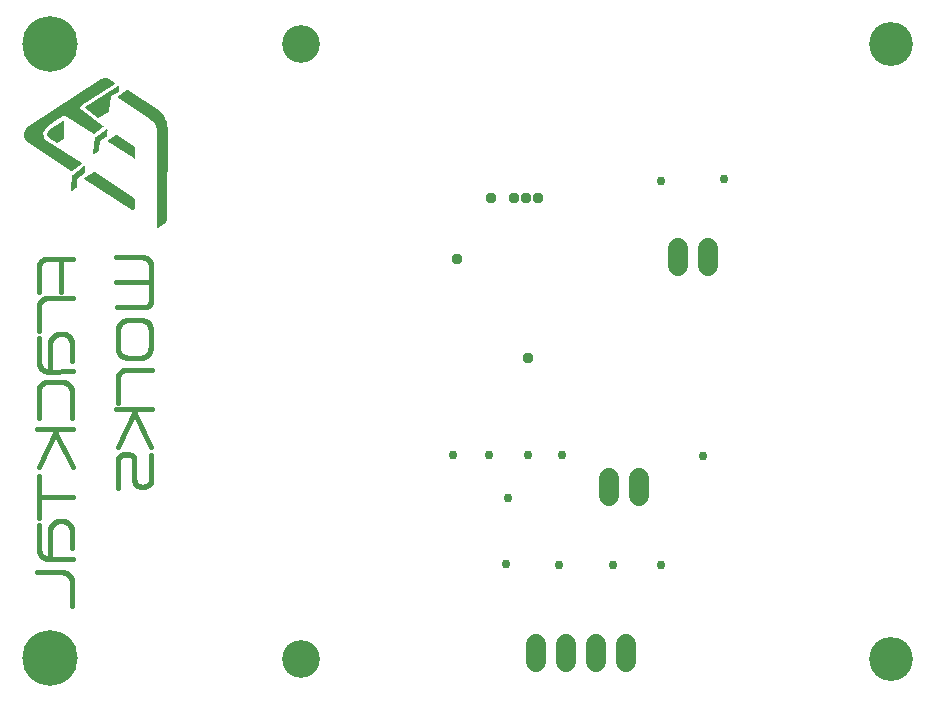
<source format=gbs>
G04 EAGLE Gerber RS-274X export*
G75*
%MOMM*%
%FSLAX34Y34*%
%LPD*%
%INSoldermask Bottom*%
%IPPOS*%
%AMOC8*
5,1,8,0,0,1.08239X$1,22.5*%
G01*
%ADD10C,4.703294*%
%ADD11C,3.712694*%
%ADD12C,3.203194*%
%ADD13C,1.727200*%
%ADD14C,0.406400*%
%ADD15C,0.762000*%
%ADD16C,0.959600*%

G36*
X179343Y552588D02*
X179343Y552588D01*
X179409Y552587D01*
X179431Y552597D01*
X179449Y552599D01*
X179482Y552620D01*
X179541Y552646D01*
X187923Y558488D01*
X187948Y558516D01*
X187980Y558536D01*
X188006Y558579D01*
X188039Y558617D01*
X188049Y558653D01*
X188068Y558685D01*
X188072Y558735D01*
X188086Y558784D01*
X188079Y558820D01*
X188082Y558858D01*
X188063Y558904D01*
X188054Y558954D01*
X188031Y558984D01*
X188017Y559018D01*
X187972Y559062D01*
X187949Y559092D01*
X187931Y559101D01*
X187913Y559119D01*
X158973Y577905D01*
X157876Y578776D01*
X156976Y579825D01*
X156292Y581026D01*
X155848Y582334D01*
X155661Y583703D01*
X155736Y585083D01*
X156072Y586424D01*
X156656Y587676D01*
X157467Y588795D01*
X158483Y589746D01*
X165363Y594600D01*
X172632Y598843D01*
X173214Y599070D01*
X173818Y599160D01*
X174428Y599114D01*
X175011Y598932D01*
X175571Y598607D01*
X198172Y584386D01*
X198232Y584365D01*
X198289Y584337D01*
X198313Y584338D01*
X198335Y584330D01*
X198399Y584338D01*
X198462Y584338D01*
X198486Y584349D01*
X198507Y584352D01*
X198539Y584373D01*
X198594Y584398D01*
X206468Y589986D01*
X206484Y590004D01*
X206505Y590016D01*
X206541Y590068D01*
X206583Y590116D01*
X206589Y590139D01*
X206603Y590159D01*
X206611Y590222D01*
X206628Y590283D01*
X206623Y590307D01*
X206627Y590330D01*
X206607Y590391D01*
X206594Y590453D01*
X206580Y590472D01*
X206572Y590495D01*
X206510Y590562D01*
X206489Y590590D01*
X206481Y590594D01*
X206474Y590602D01*
X187941Y604311D01*
X187465Y604707D01*
X187124Y605179D01*
X186910Y605720D01*
X186838Y606298D01*
X186910Y606876D01*
X187124Y607417D01*
X187465Y607889D01*
X187930Y608276D01*
X216358Y626297D01*
X216382Y626321D01*
X216412Y626338D01*
X216442Y626382D01*
X216479Y626421D01*
X216490Y626453D01*
X216509Y626482D01*
X216516Y626534D01*
X216533Y626585D01*
X216528Y626619D01*
X216533Y626653D01*
X216516Y626704D01*
X216508Y626757D01*
X216489Y626785D01*
X216478Y626818D01*
X216432Y626867D01*
X216410Y626899D01*
X216395Y626908D01*
X216380Y626924D01*
X211554Y630480D01*
X211536Y630488D01*
X211518Y630503D01*
X210490Y631096D01*
X210456Y631106D01*
X210411Y631130D01*
X209277Y631479D01*
X209242Y631481D01*
X209193Y631495D01*
X208010Y631582D01*
X207975Y631577D01*
X207924Y631579D01*
X206751Y631401D01*
X206719Y631388D01*
X206669Y631379D01*
X205564Y630944D01*
X205536Y630924D01*
X205489Y630904D01*
X204514Y630237D01*
X143050Y590616D01*
X143038Y590603D01*
X143019Y590593D01*
X141737Y589573D01*
X141718Y589548D01*
X141682Y589519D01*
X140634Y588260D01*
X140619Y588231D01*
X140590Y588196D01*
X139818Y586750D01*
X139810Y586719D01*
X139789Y586679D01*
X139325Y585108D01*
X139323Y585075D01*
X139311Y585032D01*
X139174Y583399D01*
X139179Y583367D01*
X139176Y583321D01*
X139372Y581695D01*
X139384Y581665D01*
X139390Y581619D01*
X139911Y580066D01*
X139928Y580039D01*
X139943Y579996D01*
X140768Y578580D01*
X140791Y578557D01*
X140814Y578518D01*
X141909Y577299D01*
X141935Y577280D01*
X141966Y577247D01*
X143284Y576274D01*
X143293Y576270D01*
X143301Y576263D01*
X179115Y552641D01*
X179177Y552618D01*
X179236Y552588D01*
X179257Y552588D01*
X179277Y552581D01*
X179343Y552588D01*
G37*
G36*
X252222Y504328D02*
X252222Y504328D01*
X252295Y504325D01*
X252310Y504331D01*
X252323Y504331D01*
X252357Y504350D01*
X252429Y504379D01*
X257509Y507681D01*
X257522Y507695D01*
X257543Y507706D01*
X258595Y508567D01*
X258616Y508594D01*
X258653Y508627D01*
X259493Y509696D01*
X259507Y509727D01*
X259537Y509767D01*
X260123Y510993D01*
X260130Y511027D01*
X260151Y511072D01*
X260456Y512397D01*
X260456Y512431D01*
X260466Y512480D01*
X260476Y513839D01*
X260476Y513840D01*
X260476Y513841D01*
X260730Y588771D01*
X260727Y588783D01*
X260729Y588798D01*
X260534Y591605D01*
X260527Y591628D01*
X260527Y591660D01*
X259927Y594409D01*
X259916Y594431D01*
X259911Y594462D01*
X258919Y597095D01*
X258906Y597115D01*
X258896Y597145D01*
X257532Y599607D01*
X257516Y599625D01*
X257502Y599653D01*
X255797Y601891D01*
X255784Y601901D01*
X255777Y601915D01*
X255768Y601921D01*
X255760Y601933D01*
X253748Y603899D01*
X253727Y603912D01*
X253706Y603935D01*
X251430Y605590D01*
X251422Y605593D01*
X251415Y605600D01*
X227031Y621602D01*
X226971Y621624D01*
X226915Y621653D01*
X226891Y621653D01*
X226868Y621661D01*
X226805Y621655D01*
X226742Y621656D01*
X226717Y621645D01*
X226696Y621643D01*
X226664Y621622D01*
X226609Y621599D01*
X217973Y615757D01*
X217947Y615728D01*
X217914Y615708D01*
X217889Y615666D01*
X217855Y615630D01*
X217844Y615593D01*
X217824Y615559D01*
X217820Y615510D01*
X217806Y615464D01*
X217813Y615425D01*
X217810Y615387D01*
X217828Y615341D01*
X217836Y615293D01*
X217859Y615262D01*
X217873Y615226D01*
X217916Y615184D01*
X217939Y615153D01*
X217958Y615143D01*
X217977Y615124D01*
X246158Y596591D01*
X247753Y595350D01*
X249120Y593883D01*
X250237Y592218D01*
X251075Y590397D01*
X251615Y588465D01*
X251842Y586465D01*
X251842Y504698D01*
X251858Y504627D01*
X251870Y504555D01*
X251878Y504543D01*
X251881Y504529D01*
X251928Y504473D01*
X251969Y504414D01*
X251982Y504407D01*
X251991Y504396D01*
X252058Y504366D01*
X252122Y504331D01*
X252136Y504331D01*
X252150Y504325D01*
X252222Y504328D01*
G37*
G36*
X231550Y519412D02*
X231550Y519412D01*
X231648Y519422D01*
X231975Y519519D01*
X232003Y519535D01*
X232092Y519578D01*
X232366Y519780D01*
X232387Y519805D01*
X232456Y519875D01*
X232645Y520158D01*
X232656Y520189D01*
X232698Y520278D01*
X232779Y520609D01*
X232780Y520645D01*
X232790Y520700D01*
X232790Y529336D01*
X232784Y529363D01*
X232786Y529391D01*
X232764Y529446D01*
X232751Y529505D01*
X232733Y529526D01*
X232723Y529552D01*
X232665Y529609D01*
X232641Y529638D01*
X232630Y529643D01*
X232619Y529654D01*
X199091Y551752D01*
X199037Y551772D01*
X198986Y551800D01*
X198956Y551801D01*
X198929Y551811D01*
X198871Y551805D01*
X198813Y551808D01*
X198781Y551796D01*
X198756Y551793D01*
X198727Y551774D01*
X198678Y551755D01*
X190296Y546421D01*
X190264Y546388D01*
X190226Y546364D01*
X190204Y546327D01*
X190175Y546297D01*
X190161Y546254D01*
X190138Y546215D01*
X190134Y546172D01*
X190121Y546132D01*
X190128Y546087D01*
X190124Y546042D01*
X190140Y546003D01*
X190146Y545961D01*
X190172Y545923D01*
X190189Y545881D01*
X190225Y545846D01*
X190245Y545818D01*
X190268Y545805D01*
X190293Y545781D01*
X230679Y519619D01*
X230706Y519609D01*
X230737Y519588D01*
X231051Y519455D01*
X231083Y519449D01*
X231178Y519425D01*
X231518Y519406D01*
X231550Y519412D01*
G37*
G36*
X202027Y597551D02*
X202027Y597551D01*
X202083Y597555D01*
X202146Y597580D01*
X202189Y597591D01*
X202216Y597610D01*
X202256Y597626D01*
X211146Y602960D01*
X211208Y603014D01*
X211275Y603062D01*
X211292Y603087D01*
X211315Y603108D01*
X211354Y603180D01*
X211400Y603248D01*
X211409Y603281D01*
X211422Y603305D01*
X211429Y603353D01*
X211450Y603428D01*
X212937Y615826D01*
X219410Y619857D01*
X219412Y619858D01*
X219413Y619859D01*
X219444Y619887D01*
X219447Y619888D01*
X219450Y619892D01*
X219495Y619933D01*
X219577Y620007D01*
X219578Y620009D01*
X219579Y620010D01*
X219630Y620109D01*
X219680Y620206D01*
X219681Y620208D01*
X219682Y620210D01*
X219709Y620395D01*
X219709Y624078D01*
X219706Y624098D01*
X219708Y624118D01*
X219686Y624208D01*
X219670Y624299D01*
X219659Y624316D01*
X219655Y624336D01*
X219603Y624412D01*
X219555Y624492D01*
X219540Y624505D01*
X219529Y624521D01*
X219453Y624575D01*
X219381Y624633D01*
X219362Y624640D01*
X219346Y624652D01*
X219256Y624676D01*
X219169Y624705D01*
X219149Y624705D01*
X219129Y624710D01*
X219037Y624701D01*
X218944Y624699D01*
X218926Y624691D01*
X218906Y624689D01*
X218746Y624618D01*
X218737Y624614D01*
X218736Y624614D01*
X218735Y624613D01*
X190795Y606833D01*
X190745Y606788D01*
X190690Y606750D01*
X190664Y606712D01*
X190630Y606681D01*
X190599Y606621D01*
X190561Y606567D01*
X190549Y606522D01*
X190528Y606481D01*
X190520Y606415D01*
X190503Y606350D01*
X190507Y606304D01*
X190502Y606258D01*
X190518Y606193D01*
X190524Y606127D01*
X190544Y606085D01*
X190555Y606040D01*
X190593Y605985D01*
X190622Y605925D01*
X190660Y605887D01*
X190681Y605855D01*
X190714Y605831D01*
X190754Y605791D01*
X201549Y597663D01*
X201599Y597638D01*
X201644Y597604D01*
X201698Y597588D01*
X201749Y597562D01*
X201805Y597556D01*
X201859Y597540D01*
X201916Y597543D01*
X201972Y597537D01*
X202027Y597551D01*
G37*
G36*
X232950Y563257D02*
X232950Y563257D01*
X233019Y563259D01*
X233035Y563268D01*
X233054Y563271D01*
X233111Y563309D01*
X233171Y563342D01*
X233182Y563357D01*
X233197Y563368D01*
X233231Y563428D01*
X233271Y563484D01*
X233275Y563504D01*
X233283Y563518D01*
X233285Y563557D01*
X233298Y563626D01*
X233298Y573024D01*
X233292Y573052D01*
X233294Y573080D01*
X233272Y573135D01*
X233259Y573193D01*
X233241Y573215D01*
X233230Y573241D01*
X233173Y573297D01*
X233149Y573326D01*
X233137Y573331D01*
X233127Y573342D01*
X217633Y583502D01*
X217577Y583522D01*
X217526Y583550D01*
X217497Y583552D01*
X217470Y583561D01*
X217411Y583555D01*
X217352Y583557D01*
X217322Y583545D01*
X217298Y583543D01*
X217268Y583523D01*
X217218Y583504D01*
X209344Y578424D01*
X209311Y578389D01*
X209271Y578362D01*
X209251Y578328D01*
X209224Y578299D01*
X209209Y578253D01*
X209185Y578212D01*
X209183Y578172D01*
X209171Y578134D01*
X209178Y578086D01*
X209175Y578039D01*
X209191Y578002D01*
X209197Y577963D01*
X209225Y577923D01*
X209243Y577879D01*
X209278Y577847D01*
X209296Y577821D01*
X209321Y577807D01*
X209350Y577781D01*
X232718Y563303D01*
X232783Y563281D01*
X232846Y563253D01*
X232864Y563253D01*
X232882Y563247D01*
X232950Y563257D01*
G37*
G36*
X167370Y576343D02*
X167370Y576343D01*
X167417Y576347D01*
X167493Y576379D01*
X167541Y576393D01*
X167560Y576407D01*
X167589Y576419D01*
X172796Y579594D01*
X172802Y579600D01*
X172809Y579603D01*
X172841Y579633D01*
X172874Y579652D01*
X172907Y579693D01*
X172964Y579743D01*
X172968Y579750D01*
X172973Y579755D01*
X172998Y579805D01*
X173015Y579826D01*
X173028Y579863D01*
X173070Y579941D01*
X173071Y579949D01*
X173074Y579956D01*
X173085Y580031D01*
X173087Y580039D01*
X173087Y580047D01*
X173100Y580142D01*
X172973Y594747D01*
X172967Y594779D01*
X172969Y594812D01*
X172960Y594843D01*
X172960Y594851D01*
X172952Y594870D01*
X172946Y594889D01*
X172932Y594967D01*
X172915Y594995D01*
X172905Y595027D01*
X172857Y595091D01*
X172816Y595159D01*
X172790Y595180D01*
X172770Y595206D01*
X172703Y595249D01*
X172640Y595299D01*
X172609Y595309D01*
X172581Y595327D01*
X172503Y595344D01*
X172427Y595369D01*
X172394Y595368D01*
X172362Y595375D01*
X172283Y595364D01*
X172203Y595361D01*
X172173Y595348D01*
X172140Y595343D01*
X172040Y595293D01*
X171996Y595274D01*
X171987Y595266D01*
X171973Y595259D01*
X160670Y587258D01*
X160648Y587236D01*
X160614Y587214D01*
X160017Y586683D01*
X159987Y586643D01*
X159916Y586568D01*
X159463Y585910D01*
X159443Y585864D01*
X159393Y585775D01*
X159110Y585027D01*
X159101Y584978D01*
X159074Y584879D01*
X158978Y584086D01*
X158980Y584036D01*
X158978Y583933D01*
X159074Y583140D01*
X159088Y583092D01*
X159110Y582992D01*
X159393Y582244D01*
X159418Y582201D01*
X159463Y582109D01*
X159916Y581451D01*
X159952Y581415D01*
X160017Y581336D01*
X160614Y580805D01*
X160642Y580788D01*
X160674Y580758D01*
X166897Y576440D01*
X166940Y576421D01*
X166977Y576393D01*
X167041Y576374D01*
X167101Y576347D01*
X167148Y576343D01*
X167193Y576330D01*
X167259Y576335D01*
X167325Y576330D01*
X167370Y576343D01*
G37*
G36*
X179602Y535694D02*
X179602Y535694D01*
X179647Y535691D01*
X179712Y535710D01*
X179780Y535720D01*
X179826Y535743D01*
X179862Y535754D01*
X179895Y535778D01*
X179947Y535805D01*
X183503Y538345D01*
X183522Y538365D01*
X183544Y538378D01*
X183565Y538403D01*
X183597Y538427D01*
X183624Y538469D01*
X183659Y538506D01*
X183673Y538537D01*
X183685Y538552D01*
X183694Y538576D01*
X183719Y538615D01*
X183733Y538673D01*
X183750Y538711D01*
X183752Y538748D01*
X183756Y538760D01*
X183757Y538764D01*
X183757Y538766D01*
X183765Y538797D01*
X184499Y546017D01*
X190758Y550803D01*
X190809Y550859D01*
X190866Y550909D01*
X190884Y550941D01*
X190910Y550969D01*
X190938Y551039D01*
X190974Y551105D01*
X190982Y551147D01*
X190994Y551177D01*
X190995Y551222D01*
X191007Y551290D01*
X191134Y555989D01*
X191127Y556033D01*
X191130Y556078D01*
X191120Y556112D01*
X191120Y556113D01*
X191118Y556117D01*
X191111Y556143D01*
X191100Y556211D01*
X191079Y556250D01*
X191066Y556293D01*
X191025Y556347D01*
X190992Y556407D01*
X190957Y556436D01*
X190930Y556472D01*
X190873Y556509D01*
X190821Y556553D01*
X190779Y556568D01*
X190741Y556593D01*
X190675Y556607D01*
X190611Y556631D01*
X190566Y556630D01*
X190522Y556640D01*
X190454Y556630D01*
X190386Y556630D01*
X190344Y556614D01*
X190300Y556608D01*
X190223Y556569D01*
X190176Y556551D01*
X190159Y556536D01*
X190133Y556523D01*
X180481Y549665D01*
X180436Y549619D01*
X180384Y549581D01*
X180358Y549540D01*
X180324Y549505D01*
X180297Y549446D01*
X180263Y549392D01*
X180249Y549337D01*
X180232Y549300D01*
X180230Y549262D01*
X180217Y549211D01*
X178947Y536384D01*
X178952Y536316D01*
X178948Y536247D01*
X178961Y536205D01*
X178965Y536160D01*
X178993Y536098D01*
X179013Y536033D01*
X179040Y535997D01*
X179059Y535956D01*
X179108Y535908D01*
X179149Y535854D01*
X179187Y535830D01*
X179219Y535798D01*
X179281Y535770D01*
X179338Y535734D01*
X179382Y535724D01*
X179423Y535706D01*
X179491Y535701D01*
X179558Y535687D01*
X179602Y535694D01*
G37*
G36*
X198377Y567189D02*
X198377Y567189D01*
X198421Y567185D01*
X198488Y567202D01*
X198556Y567209D01*
X198603Y567231D01*
X198639Y567241D01*
X198673Y567264D01*
X198726Y567289D01*
X202536Y569829D01*
X202563Y569856D01*
X202594Y569874D01*
X202610Y569894D01*
X202637Y569913D01*
X202664Y569952D01*
X202698Y569985D01*
X202718Y570026D01*
X202735Y570048D01*
X202741Y570066D01*
X202763Y570099D01*
X202778Y570152D01*
X202795Y570187D01*
X202799Y570226D01*
X202814Y570280D01*
X203793Y578239D01*
X208877Y581507D01*
X208924Y581551D01*
X208977Y581587D01*
X209005Y581627D01*
X209041Y581660D01*
X209070Y581718D01*
X209107Y581770D01*
X209124Y581824D01*
X209142Y581861D01*
X209146Y581899D01*
X209162Y581949D01*
X209679Y585482D01*
X209924Y587156D01*
X209921Y587229D01*
X209928Y587301D01*
X209918Y587340D01*
X209916Y587380D01*
X209889Y587448D01*
X209870Y587518D01*
X209847Y587551D01*
X209831Y587588D01*
X209782Y587642D01*
X209740Y587701D01*
X209707Y587724D01*
X209679Y587753D01*
X209615Y587786D01*
X209555Y587827D01*
X209515Y587837D01*
X209480Y587855D01*
X209407Y587864D01*
X209337Y587881D01*
X209297Y587876D01*
X209257Y587881D01*
X209186Y587864D01*
X209114Y587856D01*
X209072Y587836D01*
X209039Y587828D01*
X209002Y587803D01*
X208944Y587776D01*
X199800Y581680D01*
X199755Y581636D01*
X199703Y581600D01*
X199675Y581559D01*
X199638Y581524D01*
X199611Y581468D01*
X199575Y581416D01*
X199559Y581359D01*
X199541Y581322D01*
X199538Y581285D01*
X199523Y581236D01*
X197745Y567901D01*
X197748Y567832D01*
X197742Y567764D01*
X197753Y567721D01*
X197755Y567677D01*
X197782Y567614D01*
X197800Y567547D01*
X197826Y567511D01*
X197843Y567470D01*
X197890Y567420D01*
X197930Y567364D01*
X197967Y567339D01*
X197997Y567307D01*
X198059Y567276D01*
X198115Y567238D01*
X198158Y567227D01*
X198198Y567208D01*
X198267Y567201D01*
X198333Y567184D01*
X198377Y567189D01*
G37*
D10*
X161290Y659892D03*
X161290Y139954D03*
D11*
X873633Y139827D03*
X873506Y659943D03*
D12*
X373634Y659892D03*
X373634Y139827D03*
D13*
X623697Y136576D02*
X623697Y151816D01*
X598297Y151816D02*
X598297Y136576D01*
X572897Y136576D02*
X572897Y151816D01*
X649097Y151816D02*
X649097Y136576D01*
X692912Y472440D02*
X692912Y487680D01*
X718312Y487680D02*
X718312Y472440D01*
X634746Y292354D02*
X634746Y277114D01*
X660146Y277114D02*
X660146Y292354D01*
D14*
X151892Y450342D02*
X151638Y469900D01*
X151638Y470662D01*
X151640Y470846D01*
X151647Y471030D01*
X151658Y471214D01*
X151674Y471397D01*
X151694Y471580D01*
X151718Y471763D01*
X151747Y471945D01*
X151780Y472126D01*
X151818Y472306D01*
X151859Y472486D01*
X151906Y472664D01*
X151956Y472841D01*
X152011Y473017D01*
X152070Y473191D01*
X152133Y473364D01*
X152201Y473535D01*
X152272Y473705D01*
X152348Y473873D01*
X152427Y474039D01*
X152511Y474203D01*
X152598Y474365D01*
X152690Y474525D01*
X152785Y474683D01*
X152884Y474838D01*
X152987Y474991D01*
X153093Y475141D01*
X153203Y475289D01*
X153317Y475434D01*
X153434Y475576D01*
X153554Y475715D01*
X153678Y475851D01*
X153805Y475985D01*
X153935Y476115D01*
X154069Y476242D01*
X154205Y476366D01*
X154344Y476486D01*
X154486Y476603D01*
X154631Y476717D01*
X154779Y476827D01*
X154929Y476933D01*
X155082Y477036D01*
X155237Y477135D01*
X155395Y477230D01*
X155555Y477322D01*
X155717Y477409D01*
X155881Y477493D01*
X156047Y477572D01*
X156215Y477648D01*
X156385Y477719D01*
X156556Y477787D01*
X156729Y477850D01*
X156903Y477909D01*
X157079Y477964D01*
X157256Y478014D01*
X157434Y478061D01*
X157614Y478102D01*
X157794Y478140D01*
X157975Y478173D01*
X158157Y478202D01*
X158340Y478226D01*
X158523Y478246D01*
X158706Y478262D01*
X158890Y478273D01*
X159074Y478280D01*
X159258Y478282D01*
X180594Y478282D01*
X170180Y475996D02*
X170180Y450342D01*
X151638Y437134D02*
X151638Y417576D01*
X151638Y437134D02*
X151640Y437331D01*
X151648Y437529D01*
X151660Y437725D01*
X151676Y437922D01*
X151698Y438118D01*
X151724Y438314D01*
X151755Y438509D01*
X151791Y438703D01*
X151831Y438896D01*
X151876Y439088D01*
X151926Y439279D01*
X151980Y439469D01*
X152039Y439657D01*
X152103Y439844D01*
X152171Y440029D01*
X152243Y440213D01*
X152320Y440394D01*
X152401Y440574D01*
X152487Y440752D01*
X152577Y440928D01*
X152671Y441101D01*
X152770Y441272D01*
X152872Y441441D01*
X152979Y441607D01*
X153089Y441770D01*
X153204Y441931D01*
X153322Y442089D01*
X153444Y442244D01*
X153570Y442396D01*
X153699Y442545D01*
X153832Y442690D01*
X153969Y442833D01*
X154109Y442972D01*
X154252Y443108D01*
X154399Y443240D01*
X154549Y443368D01*
X154701Y443493D01*
X154857Y443614D01*
X155016Y443732D01*
X155177Y443845D01*
X155341Y443954D01*
X155508Y444060D01*
X155678Y444161D01*
X155849Y444258D01*
X156023Y444351D01*
X156200Y444440D01*
X156378Y444525D01*
X156558Y444605D01*
X156740Y444681D01*
X156924Y444752D01*
X157110Y444819D01*
X157297Y444881D01*
X157486Y444939D01*
X157676Y444992D01*
X157867Y445040D01*
X158060Y445084D01*
X158253Y445123D01*
X158447Y445158D01*
X158643Y445187D01*
X158838Y445212D01*
X159035Y445233D01*
X159231Y445248D01*
X159428Y445259D01*
X159626Y445265D01*
X159823Y445266D01*
X160020Y445262D01*
X180594Y445516D01*
X151892Y411226D02*
X151892Y390906D01*
X151894Y390707D01*
X151902Y390509D01*
X151914Y390311D01*
X151931Y390113D01*
X151953Y389915D01*
X151979Y389718D01*
X152011Y389522D01*
X152047Y389327D01*
X152088Y389132D01*
X152133Y388939D01*
X152184Y388747D01*
X152239Y388556D01*
X152299Y388367D01*
X152363Y388179D01*
X152432Y387992D01*
X152505Y387808D01*
X152583Y387625D01*
X152666Y387444D01*
X152752Y387266D01*
X152843Y387089D01*
X152939Y386915D01*
X153038Y386743D01*
X153142Y386573D01*
X153250Y386407D01*
X153362Y386243D01*
X153478Y386081D01*
X153598Y385923D01*
X153721Y385767D01*
X153849Y385615D01*
X153980Y385466D01*
X154115Y385320D01*
X154253Y385177D01*
X154394Y385038D01*
X154540Y384902D01*
X154688Y384770D01*
X154839Y384641D01*
X154994Y384516D01*
X155151Y384395D01*
X155312Y384278D01*
X155475Y384165D01*
X155641Y384056D01*
X155810Y383951D01*
X155981Y383850D01*
X156155Y383754D01*
X156330Y383661D01*
X156509Y383573D01*
X156689Y383489D01*
X156871Y383410D01*
X157055Y383335D01*
X157241Y383265D01*
X157428Y383199D01*
X157617Y383138D01*
X157808Y383082D01*
X157999Y383030D01*
X158192Y382983D01*
X158387Y382941D01*
X158582Y382903D01*
X158777Y382870D01*
X158974Y382842D01*
X159171Y382819D01*
X159369Y382800D01*
X159567Y382787D01*
X159766Y382778D01*
X180848Y383032D01*
X179832Y391922D02*
X179832Y406146D01*
X179829Y406361D01*
X179822Y406577D01*
X179809Y406792D01*
X179790Y407007D01*
X179767Y407221D01*
X179738Y407434D01*
X179704Y407647D01*
X179665Y407859D01*
X179621Y408070D01*
X179572Y408280D01*
X179518Y408488D01*
X179459Y408695D01*
X179395Y408901D01*
X179325Y409105D01*
X179251Y409307D01*
X179172Y409508D01*
X179088Y409706D01*
X179000Y409903D01*
X178906Y410097D01*
X178808Y410289D01*
X178706Y410478D01*
X178598Y410665D01*
X178487Y410849D01*
X178370Y411031D01*
X178250Y411209D01*
X178125Y411385D01*
X177996Y411558D01*
X177863Y411727D01*
X177726Y411893D01*
X177585Y412056D01*
X177439Y412215D01*
X177290Y412371D01*
X177138Y412523D01*
X176982Y412671D01*
X176822Y412816D01*
X176658Y412956D01*
X176492Y413093D01*
X176322Y413225D01*
X176149Y413354D01*
X175973Y413478D01*
X175794Y413598D01*
X175612Y413713D01*
X175427Y413824D01*
X175240Y413931D01*
X175050Y414032D01*
X174857Y414130D01*
X174663Y414222D01*
X174466Y414310D01*
X174267Y414393D01*
X174067Y414472D01*
X173864Y414545D01*
X173660Y414613D01*
X173454Y414677D01*
X173246Y414735D01*
X173038Y414789D01*
X172828Y414837D01*
X172617Y414880D01*
X172405Y414918D01*
X172192Y414951D01*
X171978Y414979D01*
X171764Y415002D01*
X171549Y415019D01*
X171334Y415031D01*
X171118Y415038D01*
X170903Y415040D01*
X170688Y415036D01*
X170443Y415026D01*
X170199Y415010D01*
X169956Y414989D01*
X169713Y414961D01*
X169471Y414927D01*
X169230Y414888D01*
X168989Y414842D01*
X168750Y414791D01*
X168513Y414734D01*
X168276Y414671D01*
X168042Y414603D01*
X167809Y414529D01*
X167578Y414449D01*
X167349Y414363D01*
X167122Y414272D01*
X166897Y414176D01*
X166675Y414074D01*
X166456Y413966D01*
X166239Y413854D01*
X166025Y413736D01*
X165813Y413612D01*
X165605Y413484D01*
X165400Y413351D01*
X165199Y413213D01*
X165001Y413070D01*
X164806Y412922D01*
X164615Y412769D01*
X164428Y412612D01*
X164245Y412450D01*
X164065Y412284D01*
X163890Y412113D01*
X163719Y411939D01*
X163552Y411760D01*
X163390Y411577D01*
X163232Y411390D01*
X163079Y411200D01*
X162931Y411006D01*
X162787Y410808D01*
X162648Y410607D01*
X162514Y410402D01*
X162385Y410194D01*
X162262Y409984D01*
X162143Y409770D01*
X162030Y409553D01*
X161922Y409334D01*
X161819Y409112D01*
X161722Y408888D01*
X161630Y408661D01*
X161544Y408432D01*
X161544Y384810D01*
X151638Y366268D02*
X151638Y343916D01*
X151638Y366268D02*
X151640Y366461D01*
X151647Y366655D01*
X151659Y366848D01*
X151676Y367040D01*
X151697Y367233D01*
X151723Y367424D01*
X151754Y367615D01*
X151789Y367805D01*
X151829Y367995D01*
X151873Y368183D01*
X151922Y368370D01*
X151976Y368556D01*
X152034Y368740D01*
X152097Y368923D01*
X152164Y369104D01*
X152236Y369284D01*
X152312Y369462D01*
X152392Y369638D01*
X152476Y369812D01*
X152565Y369984D01*
X152658Y370153D01*
X152755Y370320D01*
X152856Y370485D01*
X152962Y370648D01*
X153071Y370807D01*
X153184Y370964D01*
X153300Y371119D01*
X153421Y371270D01*
X153545Y371418D01*
X153673Y371563D01*
X153804Y371705D01*
X153939Y371844D01*
X154077Y371980D01*
X154218Y372112D01*
X154362Y372240D01*
X154510Y372365D01*
X154661Y372487D01*
X154814Y372604D01*
X154971Y372718D01*
X155130Y372828D01*
X155291Y372934D01*
X155456Y373036D01*
X155622Y373134D01*
X155791Y373228D01*
X155963Y373318D01*
X156136Y373403D01*
X156312Y373484D01*
X156489Y373561D01*
X156668Y373634D01*
X156849Y373702D01*
X157032Y373766D01*
X157216Y373825D01*
X157402Y373880D01*
X157588Y373930D01*
X157776Y373975D01*
X157965Y374016D01*
X158155Y374053D01*
X158346Y374084D01*
X158538Y374111D01*
X158730Y374134D01*
X158922Y374151D01*
X159115Y374164D01*
X159308Y374172D01*
X159502Y374176D01*
X159695Y374175D01*
X159889Y374169D01*
X160082Y374158D01*
X160274Y374142D01*
X171704Y373888D01*
X171909Y373881D01*
X172114Y373869D01*
X172319Y373852D01*
X172523Y373830D01*
X172727Y373803D01*
X172929Y373771D01*
X173131Y373735D01*
X173332Y373693D01*
X173532Y373646D01*
X173731Y373595D01*
X173929Y373539D01*
X174125Y373478D01*
X174319Y373413D01*
X174512Y373342D01*
X174703Y373267D01*
X174893Y373188D01*
X175080Y373104D01*
X175265Y373015D01*
X175448Y372922D01*
X175629Y372825D01*
X175807Y372723D01*
X175983Y372617D01*
X176156Y372506D01*
X176326Y372392D01*
X176494Y372273D01*
X176659Y372150D01*
X176820Y372024D01*
X176979Y371893D01*
X177134Y371759D01*
X177286Y371621D01*
X177435Y371479D01*
X177580Y371334D01*
X177721Y371185D01*
X177859Y371033D01*
X177993Y370878D01*
X178124Y370719D01*
X178250Y370558D01*
X178373Y370393D01*
X178491Y370225D01*
X178606Y370055D01*
X178716Y369882D01*
X178822Y369706D01*
X178924Y369528D01*
X179021Y369347D01*
X179114Y369164D01*
X179203Y368979D01*
X179287Y368791D01*
X179366Y368602D01*
X179441Y368411D01*
X179511Y368218D01*
X179577Y368023D01*
X179638Y367827D01*
X179693Y367630D01*
X179745Y367431D01*
X179791Y367231D01*
X179832Y367030D01*
X180086Y343916D01*
X166878Y334264D02*
X150622Y334264D01*
X166878Y334264D02*
X180848Y334264D01*
X166878Y334264D02*
X151638Y302260D01*
X180340Y302260D02*
X165862Y331470D01*
X152146Y294640D02*
X152146Y259080D01*
X151892Y276606D02*
X180594Y276606D01*
X151892Y252730D02*
X151892Y232410D01*
X151894Y232211D01*
X151902Y232013D01*
X151914Y231815D01*
X151931Y231617D01*
X151953Y231419D01*
X151979Y231222D01*
X152011Y231026D01*
X152047Y230831D01*
X152088Y230636D01*
X152133Y230443D01*
X152184Y230251D01*
X152239Y230060D01*
X152299Y229871D01*
X152363Y229683D01*
X152432Y229496D01*
X152505Y229312D01*
X152583Y229129D01*
X152666Y228948D01*
X152752Y228770D01*
X152843Y228593D01*
X152939Y228419D01*
X153038Y228247D01*
X153142Y228077D01*
X153250Y227911D01*
X153362Y227747D01*
X153478Y227585D01*
X153598Y227427D01*
X153721Y227271D01*
X153849Y227119D01*
X153980Y226970D01*
X154115Y226824D01*
X154253Y226681D01*
X154394Y226542D01*
X154540Y226406D01*
X154688Y226274D01*
X154839Y226145D01*
X154994Y226020D01*
X155151Y225899D01*
X155312Y225782D01*
X155475Y225669D01*
X155641Y225560D01*
X155810Y225455D01*
X155981Y225354D01*
X156155Y225258D01*
X156330Y225165D01*
X156509Y225077D01*
X156689Y224993D01*
X156871Y224914D01*
X157055Y224839D01*
X157241Y224769D01*
X157428Y224703D01*
X157617Y224642D01*
X157808Y224586D01*
X157999Y224534D01*
X158192Y224487D01*
X158387Y224445D01*
X158582Y224407D01*
X158777Y224374D01*
X158974Y224346D01*
X159171Y224323D01*
X159369Y224304D01*
X159567Y224291D01*
X159766Y224282D01*
X180848Y224536D01*
X179832Y233426D02*
X179832Y247650D01*
X179829Y247865D01*
X179822Y248081D01*
X179809Y248296D01*
X179790Y248511D01*
X179767Y248725D01*
X179738Y248938D01*
X179704Y249151D01*
X179665Y249363D01*
X179621Y249574D01*
X179572Y249784D01*
X179518Y249992D01*
X179459Y250199D01*
X179395Y250405D01*
X179325Y250609D01*
X179251Y250811D01*
X179172Y251012D01*
X179088Y251210D01*
X179000Y251407D01*
X178906Y251601D01*
X178808Y251793D01*
X178706Y251982D01*
X178598Y252169D01*
X178487Y252353D01*
X178370Y252535D01*
X178250Y252713D01*
X178125Y252889D01*
X177996Y253062D01*
X177863Y253231D01*
X177726Y253397D01*
X177585Y253560D01*
X177439Y253719D01*
X177290Y253875D01*
X177138Y254027D01*
X176982Y254175D01*
X176822Y254320D01*
X176658Y254460D01*
X176492Y254597D01*
X176322Y254729D01*
X176149Y254858D01*
X175973Y254982D01*
X175794Y255102D01*
X175612Y255217D01*
X175427Y255328D01*
X175240Y255435D01*
X175050Y255536D01*
X174857Y255634D01*
X174663Y255726D01*
X174466Y255814D01*
X174267Y255897D01*
X174067Y255976D01*
X173864Y256049D01*
X173660Y256117D01*
X173454Y256181D01*
X173246Y256239D01*
X173038Y256293D01*
X172828Y256341D01*
X172617Y256384D01*
X172405Y256422D01*
X172192Y256455D01*
X171978Y256483D01*
X171764Y256506D01*
X171549Y256523D01*
X171334Y256535D01*
X171118Y256542D01*
X170903Y256544D01*
X170688Y256540D01*
X170443Y256530D01*
X170199Y256514D01*
X169956Y256493D01*
X169713Y256465D01*
X169471Y256431D01*
X169230Y256392D01*
X168989Y256346D01*
X168750Y256295D01*
X168513Y256238D01*
X168276Y256175D01*
X168042Y256107D01*
X167809Y256033D01*
X167578Y255953D01*
X167349Y255867D01*
X167122Y255776D01*
X166897Y255680D01*
X166675Y255578D01*
X166456Y255470D01*
X166239Y255358D01*
X166025Y255240D01*
X165813Y255116D01*
X165605Y254988D01*
X165400Y254855D01*
X165199Y254717D01*
X165001Y254574D01*
X164806Y254426D01*
X164615Y254273D01*
X164428Y254116D01*
X164245Y253954D01*
X164065Y253788D01*
X163890Y253617D01*
X163719Y253443D01*
X163552Y253264D01*
X163390Y253081D01*
X163232Y252894D01*
X163079Y252704D01*
X162931Y252510D01*
X162787Y252312D01*
X162648Y252111D01*
X162514Y251906D01*
X162385Y251698D01*
X162262Y251488D01*
X162143Y251274D01*
X162030Y251057D01*
X161922Y250838D01*
X161819Y250616D01*
X161722Y250392D01*
X161630Y250165D01*
X161544Y249936D01*
X161544Y226314D01*
X171704Y212852D02*
X150368Y212852D01*
X171704Y212852D02*
X171904Y212850D01*
X172105Y212842D01*
X172305Y212830D01*
X172504Y212813D01*
X172704Y212791D01*
X172902Y212764D01*
X173100Y212732D01*
X173297Y212695D01*
X173493Y212654D01*
X173688Y212607D01*
X173882Y212556D01*
X174075Y212500D01*
X174266Y212440D01*
X174455Y212375D01*
X174643Y212305D01*
X174829Y212230D01*
X175013Y212151D01*
X175196Y212068D01*
X175376Y211980D01*
X175554Y211888D01*
X175729Y211791D01*
X175902Y211690D01*
X176073Y211585D01*
X176241Y211476D01*
X176406Y211362D01*
X176569Y211245D01*
X176728Y211124D01*
X176885Y210998D01*
X177038Y210869D01*
X177188Y210737D01*
X177335Y210600D01*
X177479Y210460D01*
X177619Y210317D01*
X177755Y210170D01*
X177888Y210020D01*
X178017Y209866D01*
X178142Y209710D01*
X178263Y209551D01*
X178381Y209388D01*
X178494Y209223D01*
X178604Y209055D01*
X178709Y208884D01*
X178810Y208711D01*
X178906Y208535D01*
X178999Y208358D01*
X179087Y208177D01*
X179170Y207995D01*
X179249Y207811D01*
X179323Y207625D01*
X179393Y207437D01*
X179459Y207248D01*
X179519Y207056D01*
X179575Y206864D01*
X179626Y206670D01*
X179672Y206475D01*
X179714Y206279D01*
X179751Y206082D01*
X179782Y205884D01*
X179809Y205686D01*
X179832Y205486D01*
X180086Y184658D01*
X217170Y479552D02*
X239776Y479552D01*
X239943Y479550D01*
X240110Y479544D01*
X240277Y479534D01*
X240443Y479519D01*
X240610Y479501D01*
X240775Y479479D01*
X240940Y479453D01*
X241105Y479422D01*
X241268Y479388D01*
X241431Y479350D01*
X241592Y479307D01*
X241753Y479261D01*
X241912Y479211D01*
X242071Y479157D01*
X242227Y479099D01*
X242383Y479038D01*
X242537Y478972D01*
X242689Y478903D01*
X242839Y478830D01*
X242988Y478754D01*
X243135Y478674D01*
X243279Y478591D01*
X243422Y478503D01*
X243562Y478413D01*
X243701Y478319D01*
X243837Y478222D01*
X243970Y478121D01*
X244101Y478018D01*
X244230Y477911D01*
X244355Y477801D01*
X244479Y477688D01*
X244599Y477572D01*
X244716Y477453D01*
X244831Y477331D01*
X244942Y477207D01*
X245051Y477080D01*
X245156Y476950D01*
X245258Y476818D01*
X245357Y476683D01*
X245453Y476546D01*
X245545Y476406D01*
X245634Y476265D01*
X245719Y476121D01*
X245801Y475975D01*
X245879Y475828D01*
X245954Y475678D01*
X246025Y475527D01*
X246092Y475374D01*
X246156Y475219D01*
X246215Y475063D01*
X246271Y474906D01*
X246323Y474747D01*
X246371Y474587D01*
X246416Y474426D01*
X246456Y474264D01*
X246492Y474101D01*
X246525Y473937D01*
X246553Y473772D01*
X246577Y473607D01*
X246598Y473441D01*
X246614Y473274D01*
X246626Y473108D01*
X246634Y472941D01*
X246638Y472774D01*
X246639Y472607D01*
X246634Y472440D01*
X246634Y442976D01*
X246632Y442825D01*
X246626Y442673D01*
X246616Y442522D01*
X246603Y442371D01*
X246585Y442221D01*
X246564Y442071D01*
X246538Y441921D01*
X246509Y441773D01*
X246476Y441625D01*
X246439Y441478D01*
X246399Y441332D01*
X246354Y441187D01*
X246306Y441043D01*
X246254Y440901D01*
X246199Y440760D01*
X246140Y440620D01*
X246077Y440483D01*
X246011Y440346D01*
X245941Y440212D01*
X245868Y440079D01*
X245792Y439948D01*
X245712Y439820D01*
X245628Y439693D01*
X245542Y439569D01*
X245452Y439447D01*
X245360Y439327D01*
X245264Y439209D01*
X245165Y439095D01*
X245063Y438982D01*
X244958Y438873D01*
X244851Y438766D01*
X244741Y438662D01*
X244628Y438561D01*
X244513Y438463D01*
X244395Y438368D01*
X244275Y438275D01*
X244152Y438186D01*
X244027Y438101D01*
X243900Y438018D01*
X243771Y437939D01*
X243640Y437863D01*
X243506Y437791D01*
X243372Y437722D01*
X243235Y437657D01*
X243097Y437595D01*
X242957Y437536D01*
X242816Y437482D01*
X242673Y437431D01*
X242529Y437383D01*
X242384Y437340D01*
X242238Y437300D01*
X242090Y437264D01*
X241942Y437232D01*
X241794Y437204D01*
X241644Y437179D01*
X241494Y437159D01*
X241343Y437142D01*
X241192Y437129D01*
X241041Y437120D01*
X240890Y437115D01*
X240738Y437114D01*
X240587Y437117D01*
X240435Y437124D01*
X240284Y437134D01*
X217932Y437134D01*
X217424Y458470D02*
X246380Y458470D01*
X227838Y426212D02*
X225298Y426212D01*
X227838Y426212D02*
X239014Y426212D01*
X239188Y426216D01*
X239361Y426215D01*
X239534Y426211D01*
X239707Y426202D01*
X239879Y426189D01*
X240051Y426172D01*
X240223Y426151D01*
X240394Y426125D01*
X240565Y426095D01*
X240735Y426062D01*
X240904Y426024D01*
X241072Y425982D01*
X241238Y425936D01*
X241404Y425885D01*
X241569Y425831D01*
X241732Y425773D01*
X241893Y425711D01*
X242053Y425645D01*
X242212Y425575D01*
X242368Y425502D01*
X242523Y425424D01*
X242676Y425343D01*
X242827Y425258D01*
X242976Y425170D01*
X243122Y425077D01*
X243267Y424982D01*
X243408Y424883D01*
X243548Y424780D01*
X243685Y424674D01*
X243819Y424565D01*
X243951Y424452D01*
X244080Y424337D01*
X244206Y424218D01*
X244329Y424096D01*
X244449Y423972D01*
X244566Y423844D01*
X244680Y423714D01*
X244790Y423581D01*
X244898Y423445D01*
X245002Y423306D01*
X245102Y423166D01*
X245199Y423022D01*
X245293Y422877D01*
X245383Y422729D01*
X245470Y422579D01*
X245553Y422427D01*
X245632Y422273D01*
X245707Y422117D01*
X245779Y421960D01*
X245846Y421800D01*
X245910Y421639D01*
X245970Y421477D01*
X246026Y421313D01*
X246078Y421148D01*
X246126Y420982D01*
X246170Y420814D01*
X246209Y420646D01*
X246245Y420476D01*
X246276Y420306D01*
X246304Y420135D01*
X246327Y419964D01*
X246346Y419792D01*
X246361Y419619D01*
X246371Y419446D01*
X246378Y419273D01*
X246380Y419100D01*
X246380Y402844D01*
X246378Y402642D01*
X246370Y402439D01*
X246358Y402237D01*
X246341Y402036D01*
X246318Y401835D01*
X246291Y401634D01*
X246259Y401434D01*
X246223Y401235D01*
X246181Y401037D01*
X246135Y400840D01*
X246083Y400645D01*
X246027Y400450D01*
X245967Y400257D01*
X245901Y400066D01*
X245831Y399876D01*
X245757Y399688D01*
X245678Y399502D01*
X245594Y399317D01*
X245506Y399135D01*
X245413Y398955D01*
X245316Y398778D01*
X245215Y398602D01*
X245110Y398430D01*
X245000Y398260D01*
X244886Y398092D01*
X244768Y397928D01*
X244647Y397766D01*
X244521Y397608D01*
X244391Y397452D01*
X244258Y397300D01*
X244121Y397151D01*
X243981Y397005D01*
X243837Y396863D01*
X243689Y396724D01*
X243538Y396590D01*
X243384Y396458D01*
X243227Y396331D01*
X243067Y396207D01*
X242904Y396088D01*
X242738Y395972D01*
X242569Y395860D01*
X242397Y395753D01*
X242223Y395650D01*
X242047Y395551D01*
X241868Y395456D01*
X241687Y395366D01*
X241504Y395280D01*
X241318Y395199D01*
X241131Y395122D01*
X240942Y395050D01*
X240751Y394983D01*
X240559Y394920D01*
X240365Y394862D01*
X240170Y394808D01*
X239973Y394760D01*
X239776Y394716D01*
X226314Y394716D01*
X226131Y394718D01*
X225949Y394725D01*
X225766Y394736D01*
X225584Y394752D01*
X225403Y394772D01*
X225222Y394797D01*
X225041Y394826D01*
X224862Y394859D01*
X224683Y394897D01*
X224505Y394939D01*
X224329Y394986D01*
X224153Y395036D01*
X223979Y395092D01*
X223806Y395151D01*
X223635Y395215D01*
X223465Y395282D01*
X223297Y395354D01*
X223131Y395430D01*
X222967Y395510D01*
X222805Y395595D01*
X222645Y395683D01*
X222487Y395775D01*
X222331Y395870D01*
X222178Y395970D01*
X222028Y396073D01*
X221879Y396180D01*
X221734Y396291D01*
X221591Y396405D01*
X221452Y396523D01*
X221315Y396644D01*
X221181Y396768D01*
X221050Y396895D01*
X220922Y397026D01*
X220798Y397160D01*
X220677Y397297D01*
X220559Y397436D01*
X220445Y397579D01*
X220334Y397724D01*
X220227Y397872D01*
X220124Y398023D01*
X220024Y398176D01*
X219928Y398332D01*
X219836Y398489D01*
X219748Y398649D01*
X219664Y398812D01*
X219584Y398976D01*
X219507Y399142D01*
X219435Y399310D01*
X219367Y399479D01*
X219304Y399650D01*
X219244Y399823D01*
X219189Y399997D01*
X219138Y400173D01*
X219091Y400349D01*
X219049Y400527D01*
X219011Y400706D01*
X218977Y400885D01*
X218948Y401066D01*
X218948Y405638D01*
X218948Y418084D01*
X218948Y418338D02*
X218948Y405638D01*
X218948Y418338D02*
X218950Y418532D01*
X218958Y418727D01*
X218969Y418921D01*
X218986Y419115D01*
X219008Y419308D01*
X219034Y419501D01*
X219065Y419693D01*
X219100Y419884D01*
X219140Y420074D01*
X219185Y420263D01*
X219235Y420452D01*
X219289Y420638D01*
X219348Y420824D01*
X219411Y421008D01*
X219478Y421190D01*
X219551Y421371D01*
X219627Y421549D01*
X219708Y421726D01*
X219793Y421901D01*
X219883Y422074D01*
X219977Y422244D01*
X220074Y422412D01*
X220176Y422578D01*
X220282Y422741D01*
X220392Y422901D01*
X220506Y423059D01*
X220624Y423214D01*
X220745Y423366D01*
X220870Y423515D01*
X220999Y423661D01*
X221131Y423803D01*
X221267Y423942D01*
X221406Y424078D01*
X221548Y424211D01*
X221694Y424340D01*
X221843Y424465D01*
X221994Y424587D01*
X222149Y424705D01*
X222307Y424819D01*
X222467Y424929D01*
X222630Y425035D01*
X222795Y425137D01*
X222963Y425235D01*
X223134Y425329D01*
X223306Y425419D01*
X223481Y425505D01*
X223657Y425586D01*
X223836Y425663D01*
X224017Y425735D01*
X224199Y425803D01*
X224383Y425867D01*
X224568Y425926D01*
X224755Y425980D01*
X224943Y426030D01*
X225132Y426075D01*
X225322Y426116D01*
X225513Y426151D01*
X225705Y426183D01*
X225898Y426209D01*
X226091Y426231D01*
X226285Y426248D01*
X226479Y426260D01*
X226673Y426267D01*
X226868Y426270D01*
X227062Y426268D01*
X227257Y426261D01*
X227451Y426249D01*
X227645Y426233D01*
X227838Y426212D01*
X218440Y376174D02*
X218440Y356362D01*
X218440Y376174D02*
X218442Y376378D01*
X218450Y376581D01*
X218462Y376785D01*
X218479Y376987D01*
X218502Y377190D01*
X218529Y377392D01*
X218560Y377593D01*
X218597Y377793D01*
X218639Y377993D01*
X218685Y378191D01*
X218736Y378388D01*
X218792Y378584D01*
X218853Y378778D01*
X218918Y378971D01*
X218988Y379163D01*
X219063Y379352D01*
X219142Y379540D01*
X219226Y379726D01*
X219314Y379909D01*
X219406Y380091D01*
X219503Y380270D01*
X219605Y380447D01*
X219710Y380621D01*
X219820Y380792D01*
X219933Y380961D01*
X220051Y381128D01*
X220173Y381291D01*
X220299Y381451D01*
X220428Y381608D01*
X220562Y381762D01*
X220699Y381913D01*
X220839Y382060D01*
X220983Y382204D01*
X221131Y382344D01*
X221282Y382481D01*
X221436Y382614D01*
X221593Y382744D01*
X221754Y382869D01*
X221917Y382991D01*
X222084Y383108D01*
X222253Y383222D01*
X222425Y383331D01*
X222599Y383436D01*
X222776Y383537D01*
X222955Y383634D01*
X223137Y383726D01*
X223321Y383814D01*
X223506Y383897D01*
X223694Y383976D01*
X223884Y384050D01*
X224075Y384120D01*
X224268Y384185D01*
X224463Y384246D01*
X224659Y384301D01*
X224856Y384352D01*
X225054Y384398D01*
X225254Y384439D01*
X225454Y384476D01*
X225655Y384507D01*
X225857Y384534D01*
X226060Y384556D01*
X247396Y384556D01*
X233680Y351028D02*
X217424Y351028D01*
X233680Y351028D02*
X247650Y351028D01*
X233680Y351028D02*
X218440Y319024D01*
X247142Y319024D02*
X232664Y348234D01*
X218694Y307340D02*
X218948Y284480D01*
X218694Y307340D02*
X218695Y307484D01*
X218699Y307627D01*
X218707Y307771D01*
X218719Y307914D01*
X218735Y308057D01*
X218754Y308199D01*
X218778Y308341D01*
X218805Y308482D01*
X218836Y308623D01*
X218871Y308762D01*
X218910Y308900D01*
X218952Y309038D01*
X218998Y309174D01*
X219048Y309309D01*
X219101Y309442D01*
X219158Y309574D01*
X219219Y309705D01*
X219283Y309834D01*
X219350Y309961D01*
X219421Y310086D01*
X219495Y310209D01*
X219572Y310330D01*
X219653Y310449D01*
X219737Y310566D01*
X219824Y310680D01*
X219914Y310792D01*
X220007Y310902D01*
X220103Y311009D01*
X220201Y311113D01*
X220303Y311215D01*
X220407Y311314D01*
X220514Y311410D01*
X220624Y311503D01*
X220736Y311594D01*
X220850Y311681D01*
X220966Y311765D01*
X221085Y311846D01*
X221206Y311923D01*
X221329Y311998D01*
X221454Y312069D01*
X221581Y312136D01*
X221710Y312200D01*
X221840Y312261D01*
X221972Y312318D01*
X222106Y312372D01*
X222240Y312422D01*
X222376Y312468D01*
X222514Y312511D01*
X222652Y312549D01*
X222792Y312585D01*
X222932Y312616D01*
X223073Y312643D01*
X223215Y312667D01*
X223357Y312687D01*
X223500Y312703D01*
X223643Y312715D01*
X223787Y312724D01*
X223930Y312728D01*
X224074Y312729D01*
X224218Y312725D01*
X224361Y312718D01*
X224505Y312707D01*
X224648Y312692D01*
X224790Y312674D01*
X224958Y312652D01*
X225127Y312634D01*
X225297Y312619D01*
X225466Y312609D01*
X225636Y312603D01*
X225806Y312601D01*
X225976Y312603D01*
X226146Y312609D01*
X226315Y312619D01*
X226485Y312634D01*
X226654Y312652D01*
X226822Y312674D01*
X226962Y312692D01*
X227103Y312707D01*
X227243Y312717D01*
X227385Y312724D01*
X227526Y312727D01*
X227667Y312726D01*
X227808Y312721D01*
X227949Y312712D01*
X228090Y312699D01*
X228230Y312682D01*
X228370Y312662D01*
X228509Y312638D01*
X228648Y312609D01*
X228786Y312577D01*
X228922Y312541D01*
X229058Y312502D01*
X229192Y312458D01*
X229326Y312411D01*
X229457Y312361D01*
X229588Y312306D01*
X229717Y312249D01*
X229844Y312187D01*
X229970Y312122D01*
X230093Y312054D01*
X230215Y311982D01*
X230335Y311907D01*
X230452Y311829D01*
X230568Y311747D01*
X230681Y311662D01*
X230791Y311574D01*
X230900Y311483D01*
X231005Y311390D01*
X231108Y311293D01*
X231209Y311193D01*
X231306Y311091D01*
X231401Y310986D01*
X231492Y310879D01*
X231581Y310769D01*
X231667Y310656D01*
X231749Y310542D01*
X231829Y310425D01*
X231905Y310306D01*
X231977Y310184D01*
X232047Y310061D01*
X232113Y309936D01*
X232175Y309810D01*
X232234Y309681D01*
X232289Y309551D01*
X232341Y309420D01*
X232389Y309287D01*
X232434Y309153D01*
X232474Y309017D01*
X232511Y308881D01*
X232544Y308744D01*
X232574Y308605D01*
X232599Y308466D01*
X232621Y308327D01*
X232639Y308187D01*
X232653Y308046D01*
X232663Y307905D01*
X232669Y307764D01*
X232671Y307623D01*
X232669Y307481D01*
X232664Y307340D01*
X232664Y291084D01*
X232666Y290938D01*
X232672Y290793D01*
X232681Y290648D01*
X232694Y290503D01*
X232712Y290358D01*
X232733Y290214D01*
X232757Y290070D01*
X232786Y289927D01*
X232818Y289785D01*
X232854Y289644D01*
X232893Y289504D01*
X232936Y289365D01*
X232983Y289227D01*
X233034Y289090D01*
X233088Y288955D01*
X233145Y288821D01*
X233206Y288689D01*
X233271Y288559D01*
X233339Y288430D01*
X233410Y288303D01*
X233484Y288178D01*
X233562Y288054D01*
X233643Y287933D01*
X233727Y287814D01*
X233814Y287698D01*
X233905Y287583D01*
X233998Y287472D01*
X234094Y287362D01*
X234193Y287255D01*
X234294Y287151D01*
X234399Y287049D01*
X234506Y286951D01*
X234615Y286855D01*
X234727Y286762D01*
X234842Y286672D01*
X234959Y286584D01*
X235078Y286500D01*
X235199Y286420D01*
X235322Y286342D01*
X235447Y286268D01*
X235574Y286197D01*
X235703Y286129D01*
X235834Y286065D01*
X235966Y286004D01*
X235967Y286004D02*
X236164Y285919D01*
X236364Y285839D01*
X236566Y285763D01*
X236770Y285693D01*
X236975Y285628D01*
X237182Y285567D01*
X237390Y285512D01*
X237600Y285462D01*
X237810Y285416D01*
X238022Y285376D01*
X238235Y285342D01*
X238448Y285312D01*
X238662Y285288D01*
X238877Y285268D01*
X239092Y285254D01*
X239307Y285246D01*
X239522Y285242D01*
X239719Y285244D01*
X239915Y285250D01*
X240111Y285261D01*
X240307Y285276D01*
X240502Y285297D01*
X240697Y285322D01*
X240891Y285352D01*
X241084Y285386D01*
X241277Y285425D01*
X241468Y285468D01*
X241659Y285517D01*
X241848Y285569D01*
X242036Y285627D01*
X242222Y285688D01*
X242407Y285754D01*
X242590Y285825D01*
X242772Y285900D01*
X242952Y285979D01*
X243129Y286063D01*
X243305Y286151D01*
X243478Y286243D01*
X243650Y286339D01*
X243819Y286439D01*
X243985Y286543D01*
X244149Y286652D01*
X244310Y286764D01*
X244469Y286880D01*
X244624Y286999D01*
X244777Y287123D01*
X244927Y287250D01*
X245074Y287381D01*
X245217Y287515D01*
X245357Y287652D01*
X245494Y287793D01*
X245628Y287937D01*
X245758Y288084D01*
X245884Y288234D01*
X246007Y288388D01*
X246126Y288544D01*
X246197Y288643D01*
X246266Y288745D01*
X246331Y288848D01*
X246392Y288953D01*
X246451Y289061D01*
X246506Y289170D01*
X246558Y289280D01*
X246606Y289393D01*
X246651Y289506D01*
X246692Y289621D01*
X246729Y289738D01*
X246763Y289855D01*
X246793Y289973D01*
X246820Y290093D01*
X246842Y290213D01*
X246861Y290333D01*
X246877Y290454D01*
X246888Y290576D01*
X246888Y312166D01*
D15*
X731520Y545846D03*
X678434Y544322D03*
X548894Y275590D03*
X714248Y311150D03*
X565912Y312166D03*
X594614Y312420D03*
X502666Y311912D03*
X532892Y311912D03*
X547370Y219964D03*
X592582Y219456D03*
X638302Y219456D03*
X678942Y218948D03*
D16*
X565912Y394208D03*
X563880Y529844D03*
X574548Y530098D03*
X505714Y478282D03*
X534924Y530098D03*
X554482Y529590D03*
M02*

</source>
